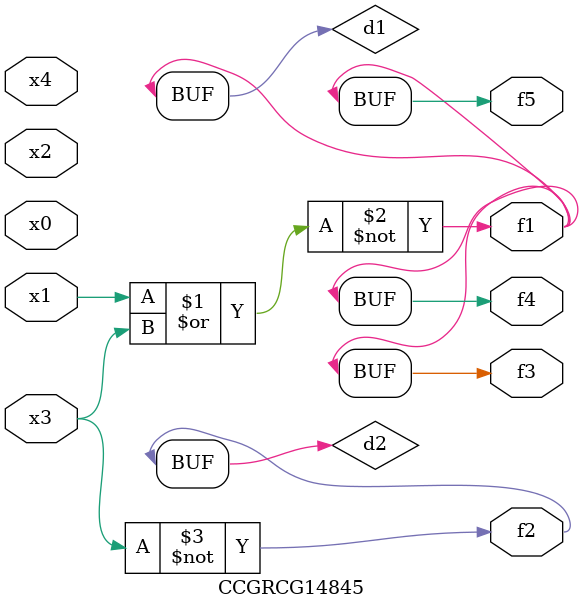
<source format=v>
module CCGRCG14845(
	input x0, x1, x2, x3, x4,
	output f1, f2, f3, f4, f5
);

	wire d1, d2;

	nor (d1, x1, x3);
	not (d2, x3);
	assign f1 = d1;
	assign f2 = d2;
	assign f3 = d1;
	assign f4 = d1;
	assign f5 = d1;
endmodule

</source>
